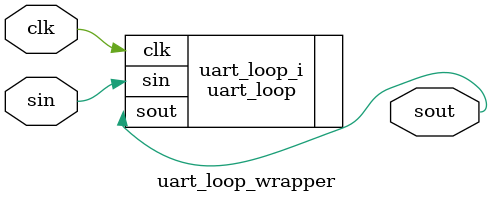
<source format=v>
`timescale 1 ps / 1 ps

module uart_loop_wrapper
   (clk,
    sin,
    sout);
  input clk;
  input sin;
  output sout;

  wire clk;
  wire sin;
  wire sout;

  uart_loop uart_loop_i
       (.clk(clk),
        .sin(sin),
        .sout(sout));
endmodule

</source>
